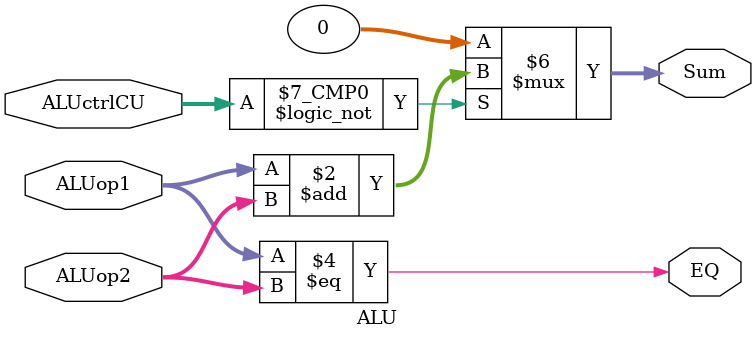
<source format=sv>
module ALU #(
    parameter 
                    ADDRESS_WIDTH =3,
                    DATA_WIDTH = 32
)(
    input logic [DATA_WIDTH-1:0]        ALUop1,
    input logic [DATA_WIDTH-1:0]        ALUop2,
    input logic [ADDRESS_WIDTH-1:0]     ALUctrlCU,
    output logic [DATA_WIDTH-1:0]       Sum,
    output logic                        EQ
);

    always_comb begin
        case(ALUctrlCU)
            3'b000: Sum = ALUop1+ALUop2;
            //3'b001: ALUout = ALUop1-ALUop2;
            //3'b010: ALUout = ALUop1 && ALUop2;
            //3'b011: ALUout = ALUop1 || ALUop2;
            //3'b101 ALUout = SLT?
            default: begin
                Sum = 0;
                $display("invalid"); //not valid opcode 
            end
        endcase
    end 
   
    always EQ = ALUop1 == ALUop2;

endmodule

</source>
